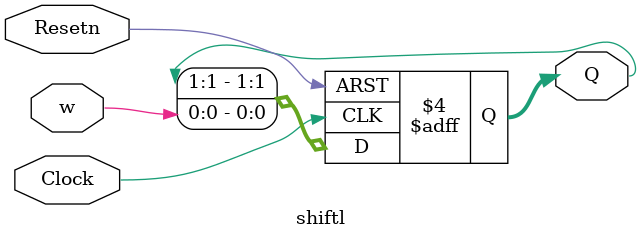
<source format=v>
module shiftl ( Resetn, w, Clock, Q );
  parameter m = 1;

  input Resetn, w, Clock;

  output [0:m] Q;
  reg [0:m] Q;

  integer k;

  always @( negedge Resetn or posedge Clock )
    if ( !Resetn )
      Q <= 0;
    else
	    begin
    	  for( k = m; k >= 1; k = k-1 )
				Q[k-1] <= Q[k];
			
			Q[m] <= w;
		end
endmodule

</source>
